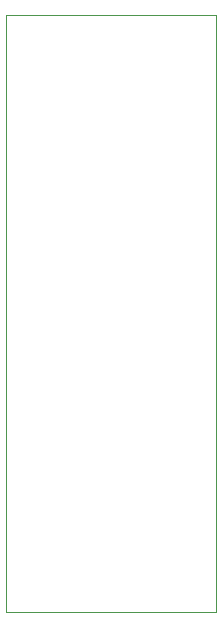
<source format=gbr>
%TF.GenerationSoftware,KiCad,Pcbnew,(5.1.8)-1*%
%TF.CreationDate,2020-11-16T23:50:31-05:00*%
%TF.ProjectId,podemu_customboard,706f6465-6d75-45f6-9375-73746f6d626f,rev?*%
%TF.SameCoordinates,Original*%
%TF.FileFunction,Profile,NP*%
%FSLAX46Y46*%
G04 Gerber Fmt 4.6, Leading zero omitted, Abs format (unit mm)*
G04 Created by KiCad (PCBNEW (5.1.8)-1) date 2020-11-16 23:50:31*
%MOMM*%
%LPD*%
G01*
G04 APERTURE LIST*
%TA.AperFunction,Profile*%
%ADD10C,0.050000*%
%TD*%
G04 APERTURE END LIST*
D10*
X183642000Y-146050000D02*
X183642000Y-95504000D01*
X165862000Y-95504000D02*
X165862000Y-146050000D01*
X183642000Y-95504000D02*
X165862000Y-95504000D01*
X183642000Y-95758000D02*
X183642000Y-95504000D01*
X165862000Y-146050000D02*
X183642000Y-146050000D01*
M02*

</source>
